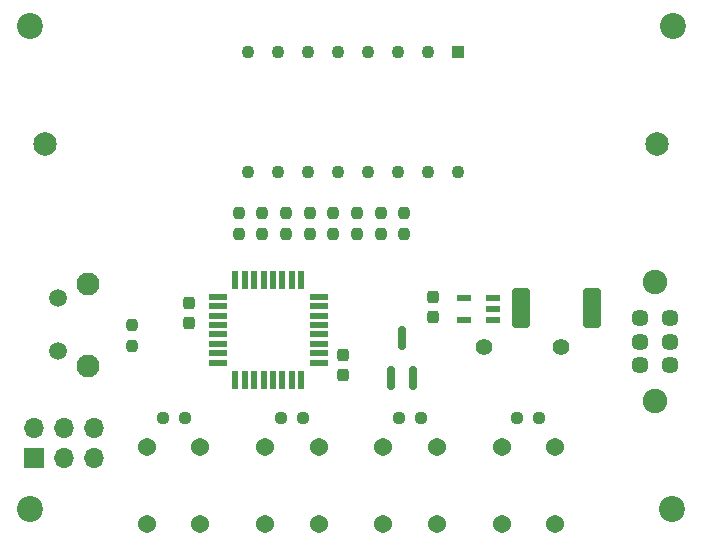
<source format=gts>
G04 #@! TF.GenerationSoftware,KiCad,Pcbnew,8.0.0*
G04 #@! TF.CreationDate,2024-09-20T11:38:47+02:00*
G04 #@! TF.ProjectId,counter-timer,636f756e-7465-4722-9d74-696d65722e6b,rev?*
G04 #@! TF.SameCoordinates,Original*
G04 #@! TF.FileFunction,Soldermask,Top*
G04 #@! TF.FilePolarity,Negative*
%FSLAX46Y46*%
G04 Gerber Fmt 4.6, Leading zero omitted, Abs format (unit mm)*
G04 Created by KiCad (PCBNEW 8.0.0) date 2024-09-20 11:38:47*
%MOMM*%
%LPD*%
G01*
G04 APERTURE LIST*
G04 Aperture macros list*
%AMRoundRect*
0 Rectangle with rounded corners*
0 $1 Rounding radius*
0 $2 $3 $4 $5 $6 $7 $8 $9 X,Y pos of 4 corners*
0 Add a 4 corners polygon primitive as box body*
4,1,4,$2,$3,$4,$5,$6,$7,$8,$9,$2,$3,0*
0 Add four circle primitives for the rounded corners*
1,1,$1+$1,$2,$3*
1,1,$1+$1,$4,$5*
1,1,$1+$1,$6,$7*
1,1,$1+$1,$8,$9*
0 Add four rect primitives between the rounded corners*
20,1,$1+$1,$2,$3,$4,$5,0*
20,1,$1+$1,$4,$5,$6,$7,0*
20,1,$1+$1,$6,$7,$8,$9,0*
20,1,$1+$1,$8,$9,$2,$3,0*%
G04 Aperture macros list end*
%ADD10C,2.200000*%
%ADD11C,1.447000*%
%ADD12C,2.070000*%
%ADD13C,1.500000*%
%ADD14C,1.950000*%
%ADD15C,1.540000*%
%ADD16RoundRect,0.162500X0.162500X-0.837500X0.162500X0.837500X-0.162500X0.837500X-0.162500X-0.837500X0*%
%ADD17R,1.200000X0.600000*%
%ADD18C,1.400000*%
%ADD19R,1.100000X1.100000*%
%ADD20C,1.100000*%
%ADD21RoundRect,0.237500X0.237500X-0.300000X0.237500X0.300000X-0.237500X0.300000X-0.237500X-0.300000X0*%
%ADD22R,1.600000X0.550000*%
%ADD23R,0.550000X1.600000*%
%ADD24R,1.700000X1.700000*%
%ADD25O,1.700000X1.700000*%
%ADD26RoundRect,0.237500X-0.250000X-0.237500X0.250000X-0.237500X0.250000X0.237500X-0.250000X0.237500X0*%
%ADD27RoundRect,0.237500X0.237500X-0.250000X0.237500X0.250000X-0.237500X0.250000X-0.237500X-0.250000X0*%
%ADD28RoundRect,0.237500X-0.237500X0.300000X-0.237500X-0.300000X0.237500X-0.300000X0.237500X0.300000X0*%
%ADD29RoundRect,0.249999X0.512501X1.425001X-0.512501X1.425001X-0.512501X-1.425001X0.512501X-1.425001X0*%
%ADD30C,1.995000*%
G04 APERTURE END LIST*
D10*
X100800000Y-26300000D03*
X46300000Y-26300000D03*
X100700000Y-67200000D03*
X46300000Y-67200000D03*
D11*
X98000000Y-55000000D03*
X98000000Y-53000000D03*
X98000000Y-51000000D03*
X100500000Y-55000000D03*
X100500000Y-53000000D03*
X100500000Y-51000000D03*
D12*
X99250000Y-58000000D03*
X99250000Y-48000000D03*
D13*
X48662500Y-49337500D03*
X48662500Y-53837500D03*
D14*
X51212500Y-48087500D03*
X51212500Y-55087500D03*
D15*
X90750000Y-61940000D03*
X90750000Y-68440000D03*
X86250000Y-61940000D03*
X86250000Y-68440000D03*
X80750000Y-61940000D03*
X80750000Y-68440000D03*
X76250000Y-61940000D03*
X76250000Y-68440000D03*
X70750000Y-61940000D03*
X70750000Y-68440000D03*
X66250000Y-61940000D03*
X66250000Y-68440000D03*
X60750000Y-61940000D03*
X60750000Y-68440000D03*
X56250000Y-61940000D03*
X56250000Y-68440000D03*
D16*
X76847500Y-56102500D03*
X78747500Y-56102500D03*
X77797500Y-52682500D03*
D17*
X85537500Y-51195000D03*
X85537500Y-50245000D03*
X85537500Y-49295000D03*
X83037500Y-49295000D03*
X83037500Y-51195000D03*
D18*
X84775000Y-53500000D03*
X91275000Y-53500000D03*
D19*
X82580000Y-28500000D03*
D20*
X80040000Y-28500000D03*
X77500000Y-28500000D03*
X74960000Y-28500000D03*
X72420000Y-28500000D03*
X69880000Y-28500000D03*
X67340000Y-28500000D03*
X64800000Y-28500000D03*
X64800000Y-38660000D03*
X67340000Y-38660000D03*
X69880000Y-38660000D03*
X72420000Y-38660000D03*
X74960000Y-38660000D03*
X77500000Y-38660000D03*
X80040000Y-38660000D03*
X82580000Y-38660000D03*
D21*
X59800000Y-51462500D03*
X59800000Y-49737500D03*
D22*
X62250000Y-49200000D03*
X62250000Y-50000000D03*
X62250000Y-50800000D03*
X62250000Y-51600000D03*
X62250000Y-52400000D03*
X62250000Y-53200000D03*
X62250000Y-54000000D03*
X62250000Y-54800000D03*
D23*
X63700000Y-56250000D03*
X64500000Y-56250000D03*
X65300000Y-56250000D03*
X66100000Y-56250000D03*
X66900000Y-56250000D03*
X67700000Y-56250000D03*
X68500000Y-56250000D03*
X69300000Y-56250000D03*
D22*
X70750000Y-54800000D03*
X70750000Y-54000000D03*
X70750000Y-53200000D03*
X70750000Y-52400000D03*
X70750000Y-51600000D03*
X70750000Y-50800000D03*
X70750000Y-50000000D03*
X70750000Y-49200000D03*
D23*
X69300000Y-47750000D03*
X68500000Y-47750000D03*
X67700000Y-47750000D03*
X66900000Y-47750000D03*
X66100000Y-47750000D03*
X65300000Y-47750000D03*
X64500000Y-47750000D03*
X63700000Y-47750000D03*
D24*
X46700000Y-62840000D03*
D25*
X46700000Y-60300000D03*
X49240000Y-62840000D03*
X49240000Y-60300000D03*
X51780000Y-62840000D03*
X51780000Y-60300000D03*
D26*
X77587500Y-59500000D03*
X79412500Y-59500000D03*
X87587500Y-59500000D03*
X89412500Y-59500000D03*
X57587500Y-59500000D03*
X59412500Y-59500000D03*
D27*
X72000000Y-43912500D03*
X72000000Y-42087500D03*
D26*
X67587500Y-59500000D03*
X69412500Y-59500000D03*
D27*
X78000000Y-43912500D03*
X78000000Y-42087500D03*
X66000000Y-43912500D03*
X66000000Y-42087500D03*
X68000000Y-43912500D03*
X68000000Y-42087500D03*
D28*
X80450000Y-49237500D03*
X80450000Y-50962500D03*
D27*
X64000000Y-43912500D03*
X64000000Y-42087500D03*
X76000000Y-43912500D03*
X76000000Y-42087500D03*
D28*
X72800000Y-54137500D03*
X72800000Y-55862500D03*
D27*
X55000000Y-53412500D03*
X55000000Y-51587500D03*
X74000000Y-43912500D03*
X74000000Y-42087500D03*
X70000000Y-43912500D03*
X70000000Y-42087500D03*
D29*
X93875000Y-50200000D03*
X87900000Y-50200000D03*
D30*
X99400000Y-36250000D03*
X47600000Y-36250000D03*
M02*

</source>
